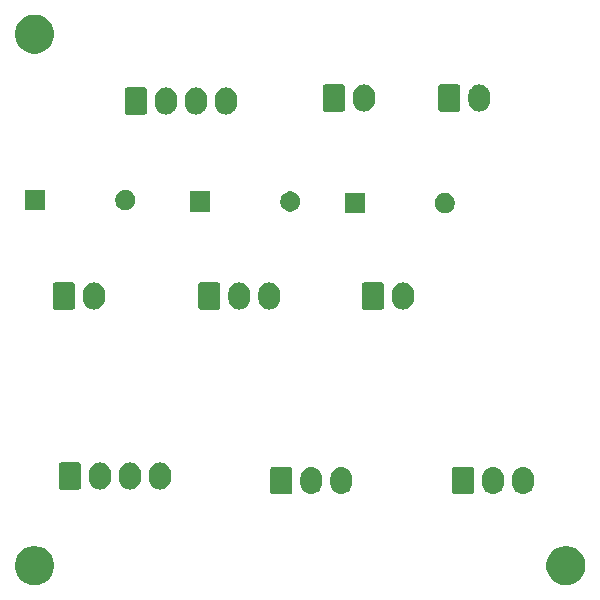
<source format=gbr>
G04 #@! TF.GenerationSoftware,KiCad,Pcbnew,(5.1.5-0-10_14)*
G04 #@! TF.CreationDate,2021-03-15T05:55:20+10:00*
G04 #@! TF.ProjectId,OH - Left Console - 4 - Exterior Lights Panel,4f48202d-204c-4656-9674-20436f6e736f,rev?*
G04 #@! TF.SameCoordinates,Original*
G04 #@! TF.FileFunction,Soldermask,Bot*
G04 #@! TF.FilePolarity,Negative*
%FSLAX46Y46*%
G04 Gerber Fmt 4.6, Leading zero omitted, Abs format (unit mm)*
G04 Created by KiCad (PCBNEW (5.1.5-0-10_14)) date 2021-03-15 05:55:20*
%MOMM*%
%LPD*%
G04 APERTURE LIST*
%ADD10C,0.100000*%
G04 APERTURE END LIST*
D10*
G36*
X145375256Y-143391298D02*
G01*
X145481579Y-143412447D01*
X145782042Y-143536903D01*
X146052451Y-143717585D01*
X146282415Y-143947549D01*
X146463097Y-144217958D01*
X146587553Y-144518421D01*
X146651000Y-144837391D01*
X146651000Y-145162609D01*
X146587553Y-145481579D01*
X146463097Y-145782042D01*
X146282415Y-146052451D01*
X146052451Y-146282415D01*
X145782042Y-146463097D01*
X145481579Y-146587553D01*
X145375256Y-146608702D01*
X145162611Y-146651000D01*
X144837389Y-146651000D01*
X144624744Y-146608702D01*
X144518421Y-146587553D01*
X144217958Y-146463097D01*
X143947549Y-146282415D01*
X143717585Y-146052451D01*
X143536903Y-145782042D01*
X143412447Y-145481579D01*
X143349000Y-145162609D01*
X143349000Y-144837391D01*
X143412447Y-144518421D01*
X143536903Y-144217958D01*
X143717585Y-143947549D01*
X143947549Y-143717585D01*
X144217958Y-143536903D01*
X144518421Y-143412447D01*
X144624744Y-143391298D01*
X144837389Y-143349000D01*
X145162611Y-143349000D01*
X145375256Y-143391298D01*
G37*
G36*
X100375256Y-143391298D02*
G01*
X100481579Y-143412447D01*
X100782042Y-143536903D01*
X101052451Y-143717585D01*
X101282415Y-143947549D01*
X101463097Y-144217958D01*
X101587553Y-144518421D01*
X101651000Y-144837391D01*
X101651000Y-145162609D01*
X101587553Y-145481579D01*
X101463097Y-145782042D01*
X101282415Y-146052451D01*
X101052451Y-146282415D01*
X100782042Y-146463097D01*
X100481579Y-146587553D01*
X100375256Y-146608702D01*
X100162611Y-146651000D01*
X99837389Y-146651000D01*
X99624744Y-146608702D01*
X99518421Y-146587553D01*
X99217958Y-146463097D01*
X98947549Y-146282415D01*
X98717585Y-146052451D01*
X98536903Y-145782042D01*
X98412447Y-145481579D01*
X98349000Y-145162609D01*
X98349000Y-144837391D01*
X98412447Y-144518421D01*
X98536903Y-144217958D01*
X98717585Y-143947549D01*
X98947549Y-143717585D01*
X99217958Y-143536903D01*
X99518421Y-143412447D01*
X99624744Y-143391298D01*
X99837389Y-143349000D01*
X100162611Y-143349000D01*
X100375256Y-143391298D01*
G37*
G36*
X123624547Y-136657326D02*
G01*
X123798156Y-136709990D01*
X123798158Y-136709991D01*
X123958155Y-136795511D01*
X124098397Y-136910603D01*
X124174595Y-137003452D01*
X124213489Y-137050844D01*
X124299010Y-137210843D01*
X124351674Y-137384452D01*
X124365000Y-137519756D01*
X124365000Y-138070243D01*
X124351674Y-138205548D01*
X124299010Y-138379157D01*
X124213489Y-138539156D01*
X124196452Y-138559915D01*
X124098397Y-138679397D01*
X124001729Y-138758729D01*
X123958156Y-138794489D01*
X123798157Y-138880010D01*
X123624548Y-138932674D01*
X123444000Y-138950456D01*
X123263453Y-138932674D01*
X123089844Y-138880010D01*
X122929845Y-138794489D01*
X122886272Y-138758729D01*
X122789604Y-138679397D01*
X122674513Y-138539157D01*
X122674512Y-138539155D01*
X122588990Y-138379157D01*
X122536326Y-138205548D01*
X122523000Y-138070244D01*
X122523000Y-137519757D01*
X122536326Y-137384453D01*
X122588990Y-137210844D01*
X122674511Y-137050845D01*
X122674512Y-137050844D01*
X122789603Y-136910603D01*
X122886271Y-136831271D01*
X122929844Y-136795511D01*
X123089843Y-136709990D01*
X123263452Y-136657326D01*
X123444000Y-136639544D01*
X123624547Y-136657326D01*
G37*
G36*
X126164547Y-136657326D02*
G01*
X126338156Y-136709990D01*
X126338158Y-136709991D01*
X126498155Y-136795511D01*
X126638397Y-136910603D01*
X126714595Y-137003452D01*
X126753489Y-137050844D01*
X126839010Y-137210843D01*
X126891674Y-137384452D01*
X126905000Y-137519756D01*
X126905000Y-138070243D01*
X126891674Y-138205548D01*
X126839010Y-138379157D01*
X126753489Y-138539156D01*
X126736452Y-138559915D01*
X126638397Y-138679397D01*
X126541729Y-138758729D01*
X126498156Y-138794489D01*
X126338157Y-138880010D01*
X126164548Y-138932674D01*
X125984000Y-138950456D01*
X125803453Y-138932674D01*
X125629844Y-138880010D01*
X125469845Y-138794489D01*
X125426272Y-138758729D01*
X125329604Y-138679397D01*
X125214513Y-138539157D01*
X125214512Y-138539155D01*
X125128990Y-138379157D01*
X125076326Y-138205548D01*
X125063000Y-138070244D01*
X125063000Y-137519757D01*
X125076326Y-137384453D01*
X125128990Y-137210844D01*
X125214511Y-137050845D01*
X125214512Y-137050844D01*
X125329603Y-136910603D01*
X125426271Y-136831271D01*
X125469844Y-136795511D01*
X125629843Y-136709990D01*
X125803452Y-136657326D01*
X125984000Y-136639544D01*
X126164547Y-136657326D01*
G37*
G36*
X138991547Y-136657326D02*
G01*
X139165156Y-136709990D01*
X139165158Y-136709991D01*
X139325155Y-136795511D01*
X139465397Y-136910603D01*
X139541595Y-137003452D01*
X139580489Y-137050844D01*
X139666010Y-137210843D01*
X139718674Y-137384452D01*
X139732000Y-137519756D01*
X139732000Y-138070243D01*
X139718674Y-138205548D01*
X139666010Y-138379157D01*
X139580489Y-138539156D01*
X139563452Y-138559915D01*
X139465397Y-138679397D01*
X139368729Y-138758729D01*
X139325156Y-138794489D01*
X139165157Y-138880010D01*
X138991548Y-138932674D01*
X138811000Y-138950456D01*
X138630453Y-138932674D01*
X138456844Y-138880010D01*
X138296845Y-138794489D01*
X138253272Y-138758729D01*
X138156604Y-138679397D01*
X138041513Y-138539157D01*
X138041512Y-138539155D01*
X137955990Y-138379157D01*
X137903326Y-138205548D01*
X137890000Y-138070244D01*
X137890000Y-137519757D01*
X137903326Y-137384453D01*
X137955990Y-137210844D01*
X138041511Y-137050845D01*
X138041512Y-137050844D01*
X138156603Y-136910603D01*
X138253271Y-136831271D01*
X138296844Y-136795511D01*
X138456843Y-136709990D01*
X138630452Y-136657326D01*
X138811000Y-136639544D01*
X138991547Y-136657326D01*
G37*
G36*
X141531547Y-136657326D02*
G01*
X141705156Y-136709990D01*
X141705158Y-136709991D01*
X141865155Y-136795511D01*
X142005397Y-136910603D01*
X142081595Y-137003452D01*
X142120489Y-137050844D01*
X142206010Y-137210843D01*
X142258674Y-137384452D01*
X142272000Y-137519756D01*
X142272000Y-138070243D01*
X142258674Y-138205548D01*
X142206010Y-138379157D01*
X142120489Y-138539156D01*
X142103452Y-138559915D01*
X142005397Y-138679397D01*
X141908729Y-138758729D01*
X141865156Y-138794489D01*
X141705157Y-138880010D01*
X141531548Y-138932674D01*
X141351000Y-138950456D01*
X141170453Y-138932674D01*
X140996844Y-138880010D01*
X140836845Y-138794489D01*
X140793272Y-138758729D01*
X140696604Y-138679397D01*
X140581513Y-138539157D01*
X140581512Y-138539155D01*
X140495990Y-138379157D01*
X140443326Y-138205548D01*
X140430000Y-138070244D01*
X140430000Y-137519757D01*
X140443326Y-137384453D01*
X140495990Y-137210844D01*
X140581511Y-137050845D01*
X140581512Y-137050844D01*
X140696603Y-136910603D01*
X140793271Y-136831271D01*
X140836844Y-136795511D01*
X140996843Y-136709990D01*
X141170452Y-136657326D01*
X141351000Y-136639544D01*
X141531547Y-136657326D01*
G37*
G36*
X137050561Y-136647966D02*
G01*
X137083383Y-136657923D01*
X137113632Y-136674092D01*
X137140148Y-136695852D01*
X137161908Y-136722368D01*
X137178077Y-136752617D01*
X137188034Y-136785439D01*
X137192000Y-136825713D01*
X137192000Y-138764287D01*
X137188034Y-138804561D01*
X137178077Y-138837383D01*
X137161908Y-138867632D01*
X137140148Y-138894148D01*
X137113632Y-138915908D01*
X137083383Y-138932077D01*
X137050561Y-138942034D01*
X137010287Y-138946000D01*
X135531713Y-138946000D01*
X135491439Y-138942034D01*
X135458617Y-138932077D01*
X135428368Y-138915908D01*
X135401852Y-138894148D01*
X135380092Y-138867632D01*
X135363923Y-138837383D01*
X135353966Y-138804561D01*
X135350000Y-138764287D01*
X135350000Y-136825713D01*
X135353966Y-136785439D01*
X135363923Y-136752617D01*
X135380092Y-136722368D01*
X135401852Y-136695852D01*
X135428368Y-136674092D01*
X135458617Y-136657923D01*
X135491439Y-136647966D01*
X135531713Y-136644000D01*
X137010287Y-136644000D01*
X137050561Y-136647966D01*
G37*
G36*
X121683561Y-136647966D02*
G01*
X121716383Y-136657923D01*
X121746632Y-136674092D01*
X121773148Y-136695852D01*
X121794908Y-136722368D01*
X121811077Y-136752617D01*
X121821034Y-136785439D01*
X121825000Y-136825713D01*
X121825000Y-138764287D01*
X121821034Y-138804561D01*
X121811077Y-138837383D01*
X121794908Y-138867632D01*
X121773148Y-138894148D01*
X121746632Y-138915908D01*
X121716383Y-138932077D01*
X121683561Y-138942034D01*
X121643287Y-138946000D01*
X120164713Y-138946000D01*
X120124439Y-138942034D01*
X120091617Y-138932077D01*
X120061368Y-138915908D01*
X120034852Y-138894148D01*
X120013092Y-138867632D01*
X119996923Y-138837383D01*
X119986966Y-138804561D01*
X119983000Y-138764287D01*
X119983000Y-136825713D01*
X119986966Y-136785439D01*
X119996923Y-136752617D01*
X120013092Y-136722368D01*
X120034852Y-136695852D01*
X120061368Y-136674092D01*
X120091617Y-136657923D01*
X120124439Y-136647966D01*
X120164713Y-136644000D01*
X121643287Y-136644000D01*
X121683561Y-136647966D01*
G37*
G36*
X105717547Y-136276326D02*
G01*
X105891156Y-136328990D01*
X105891158Y-136328991D01*
X106051155Y-136414511D01*
X106191397Y-136529603D01*
X106270729Y-136626271D01*
X106306489Y-136669844D01*
X106350732Y-136752617D01*
X106389803Y-136825713D01*
X106392010Y-136829843D01*
X106444674Y-137003452D01*
X106458000Y-137138756D01*
X106458000Y-137689243D01*
X106444674Y-137824548D01*
X106392010Y-137998157D01*
X106306489Y-138158156D01*
X106270729Y-138201729D01*
X106191397Y-138298397D01*
X106094729Y-138377729D01*
X106051156Y-138413489D01*
X105891157Y-138499010D01*
X105717548Y-138551674D01*
X105537000Y-138569456D01*
X105356453Y-138551674D01*
X105182844Y-138499010D01*
X105022845Y-138413489D01*
X104979272Y-138377729D01*
X104882604Y-138298397D01*
X104767513Y-138158157D01*
X104767512Y-138158155D01*
X104681990Y-137998157D01*
X104629326Y-137824548D01*
X104616000Y-137689244D01*
X104616000Y-137138757D01*
X104629326Y-137003453D01*
X104681990Y-136829844D01*
X104767511Y-136669845D01*
X104784548Y-136649085D01*
X104882603Y-136529603D01*
X105008388Y-136426375D01*
X105022844Y-136414511D01*
X105182843Y-136328990D01*
X105356452Y-136276326D01*
X105537000Y-136258544D01*
X105717547Y-136276326D01*
G37*
G36*
X108257547Y-136276326D02*
G01*
X108431156Y-136328990D01*
X108431158Y-136328991D01*
X108591155Y-136414511D01*
X108731397Y-136529603D01*
X108810729Y-136626271D01*
X108846489Y-136669844D01*
X108890732Y-136752617D01*
X108929803Y-136825713D01*
X108932010Y-136829843D01*
X108984674Y-137003452D01*
X108998000Y-137138756D01*
X108998000Y-137689243D01*
X108984674Y-137824548D01*
X108932010Y-137998157D01*
X108846489Y-138158156D01*
X108810729Y-138201729D01*
X108731397Y-138298397D01*
X108634729Y-138377729D01*
X108591156Y-138413489D01*
X108431157Y-138499010D01*
X108257548Y-138551674D01*
X108077000Y-138569456D01*
X107896453Y-138551674D01*
X107722844Y-138499010D01*
X107562845Y-138413489D01*
X107519272Y-138377729D01*
X107422604Y-138298397D01*
X107307513Y-138158157D01*
X107307512Y-138158155D01*
X107221990Y-137998157D01*
X107169326Y-137824548D01*
X107156000Y-137689244D01*
X107156000Y-137138757D01*
X107169326Y-137003453D01*
X107221990Y-136829844D01*
X107307511Y-136669845D01*
X107324548Y-136649085D01*
X107422603Y-136529603D01*
X107548388Y-136426375D01*
X107562844Y-136414511D01*
X107722843Y-136328990D01*
X107896452Y-136276326D01*
X108077000Y-136258544D01*
X108257547Y-136276326D01*
G37*
G36*
X110797547Y-136276326D02*
G01*
X110971156Y-136328990D01*
X110971158Y-136328991D01*
X111131155Y-136414511D01*
X111271397Y-136529603D01*
X111350729Y-136626271D01*
X111386489Y-136669844D01*
X111430732Y-136752617D01*
X111469803Y-136825713D01*
X111472010Y-136829843D01*
X111524674Y-137003452D01*
X111538000Y-137138756D01*
X111538000Y-137689243D01*
X111524674Y-137824548D01*
X111472010Y-137998157D01*
X111386489Y-138158156D01*
X111350729Y-138201729D01*
X111271397Y-138298397D01*
X111174729Y-138377729D01*
X111131156Y-138413489D01*
X110971157Y-138499010D01*
X110797548Y-138551674D01*
X110617000Y-138569456D01*
X110436453Y-138551674D01*
X110262844Y-138499010D01*
X110102845Y-138413489D01*
X110059272Y-138377729D01*
X109962604Y-138298397D01*
X109847513Y-138158157D01*
X109847512Y-138158155D01*
X109761990Y-137998157D01*
X109709326Y-137824548D01*
X109696000Y-137689244D01*
X109696000Y-137138757D01*
X109709326Y-137003453D01*
X109761990Y-136829844D01*
X109847511Y-136669845D01*
X109864548Y-136649085D01*
X109962603Y-136529603D01*
X110088388Y-136426375D01*
X110102844Y-136414511D01*
X110262843Y-136328990D01*
X110436452Y-136276326D01*
X110617000Y-136258544D01*
X110797547Y-136276326D01*
G37*
G36*
X103776561Y-136266966D02*
G01*
X103809383Y-136276923D01*
X103839632Y-136293092D01*
X103866148Y-136314852D01*
X103887908Y-136341368D01*
X103904077Y-136371617D01*
X103914034Y-136404439D01*
X103918000Y-136444713D01*
X103918000Y-138383287D01*
X103914034Y-138423561D01*
X103904077Y-138456383D01*
X103887908Y-138486632D01*
X103866148Y-138513148D01*
X103839632Y-138534908D01*
X103809383Y-138551077D01*
X103776561Y-138561034D01*
X103736287Y-138565000D01*
X102257713Y-138565000D01*
X102217439Y-138561034D01*
X102184617Y-138551077D01*
X102154368Y-138534908D01*
X102127852Y-138513148D01*
X102106092Y-138486632D01*
X102089923Y-138456383D01*
X102079966Y-138423561D01*
X102076000Y-138383287D01*
X102076000Y-136444713D01*
X102079966Y-136404439D01*
X102089923Y-136371617D01*
X102106092Y-136341368D01*
X102127852Y-136314852D01*
X102154368Y-136293092D01*
X102184617Y-136276923D01*
X102217439Y-136266966D01*
X102257713Y-136263000D01*
X103736287Y-136263000D01*
X103776561Y-136266966D01*
G37*
G36*
X105209547Y-121036326D02*
G01*
X105383156Y-121088990D01*
X105383158Y-121088991D01*
X105543155Y-121174511D01*
X105683397Y-121289603D01*
X105762729Y-121386271D01*
X105798489Y-121429844D01*
X105884010Y-121589843D01*
X105936674Y-121763452D01*
X105950000Y-121898756D01*
X105950000Y-122449243D01*
X105936674Y-122584548D01*
X105884010Y-122758157D01*
X105798489Y-122918156D01*
X105762729Y-122961729D01*
X105683397Y-123058397D01*
X105586729Y-123137729D01*
X105543156Y-123173489D01*
X105383157Y-123259010D01*
X105209548Y-123311674D01*
X105029000Y-123329456D01*
X104848453Y-123311674D01*
X104674844Y-123259010D01*
X104514845Y-123173489D01*
X104471272Y-123137729D01*
X104374604Y-123058397D01*
X104259513Y-122918157D01*
X104259512Y-122918155D01*
X104173990Y-122758157D01*
X104121326Y-122584548D01*
X104108000Y-122449244D01*
X104108000Y-121898757D01*
X104121326Y-121763453D01*
X104173990Y-121589844D01*
X104259511Y-121429845D01*
X104259512Y-121429844D01*
X104374603Y-121289603D01*
X104500388Y-121186375D01*
X104514844Y-121174511D01*
X104674843Y-121088990D01*
X104848452Y-121036326D01*
X105029000Y-121018544D01*
X105209547Y-121036326D01*
G37*
G36*
X117528547Y-121036326D02*
G01*
X117702156Y-121088990D01*
X117702158Y-121088991D01*
X117862155Y-121174511D01*
X118002397Y-121289603D01*
X118081729Y-121386271D01*
X118117489Y-121429844D01*
X118203010Y-121589843D01*
X118255674Y-121763452D01*
X118269000Y-121898756D01*
X118269000Y-122449243D01*
X118255674Y-122584548D01*
X118203010Y-122758157D01*
X118117489Y-122918156D01*
X118081729Y-122961729D01*
X118002397Y-123058397D01*
X117905729Y-123137729D01*
X117862156Y-123173489D01*
X117702157Y-123259010D01*
X117528548Y-123311674D01*
X117348000Y-123329456D01*
X117167453Y-123311674D01*
X116993844Y-123259010D01*
X116833845Y-123173489D01*
X116790272Y-123137729D01*
X116693604Y-123058397D01*
X116578513Y-122918157D01*
X116578512Y-122918155D01*
X116492990Y-122758157D01*
X116440326Y-122584548D01*
X116427000Y-122449244D01*
X116427000Y-121898757D01*
X116440326Y-121763453D01*
X116492990Y-121589844D01*
X116578511Y-121429845D01*
X116578512Y-121429844D01*
X116693603Y-121289603D01*
X116819388Y-121186375D01*
X116833844Y-121174511D01*
X116993843Y-121088990D01*
X117167452Y-121036326D01*
X117348000Y-121018544D01*
X117528547Y-121036326D01*
G37*
G36*
X120068547Y-121036326D02*
G01*
X120242156Y-121088990D01*
X120242158Y-121088991D01*
X120402155Y-121174511D01*
X120542397Y-121289603D01*
X120621729Y-121386271D01*
X120657489Y-121429844D01*
X120743010Y-121589843D01*
X120795674Y-121763452D01*
X120809000Y-121898756D01*
X120809000Y-122449243D01*
X120795674Y-122584548D01*
X120743010Y-122758157D01*
X120657489Y-122918156D01*
X120621729Y-122961729D01*
X120542397Y-123058397D01*
X120445729Y-123137729D01*
X120402156Y-123173489D01*
X120242157Y-123259010D01*
X120068548Y-123311674D01*
X119888000Y-123329456D01*
X119707453Y-123311674D01*
X119533844Y-123259010D01*
X119373845Y-123173489D01*
X119330272Y-123137729D01*
X119233604Y-123058397D01*
X119118513Y-122918157D01*
X119118512Y-122918155D01*
X119032990Y-122758157D01*
X118980326Y-122584548D01*
X118967000Y-122449244D01*
X118967000Y-121898757D01*
X118980326Y-121763453D01*
X119032990Y-121589844D01*
X119118511Y-121429845D01*
X119118512Y-121429844D01*
X119233603Y-121289603D01*
X119359388Y-121186375D01*
X119373844Y-121174511D01*
X119533843Y-121088990D01*
X119707452Y-121036326D01*
X119888000Y-121018544D01*
X120068547Y-121036326D01*
G37*
G36*
X131371547Y-121036326D02*
G01*
X131545156Y-121088990D01*
X131545158Y-121088991D01*
X131705155Y-121174511D01*
X131845397Y-121289603D01*
X131924729Y-121386271D01*
X131960489Y-121429844D01*
X132046010Y-121589843D01*
X132098674Y-121763452D01*
X132112000Y-121898756D01*
X132112000Y-122449243D01*
X132098674Y-122584548D01*
X132046010Y-122758157D01*
X131960489Y-122918156D01*
X131924729Y-122961729D01*
X131845397Y-123058397D01*
X131748729Y-123137729D01*
X131705156Y-123173489D01*
X131545157Y-123259010D01*
X131371548Y-123311674D01*
X131191000Y-123329456D01*
X131010453Y-123311674D01*
X130836844Y-123259010D01*
X130676845Y-123173489D01*
X130633272Y-123137729D01*
X130536604Y-123058397D01*
X130421513Y-122918157D01*
X130421512Y-122918155D01*
X130335990Y-122758157D01*
X130283326Y-122584548D01*
X130270000Y-122449244D01*
X130270000Y-121898757D01*
X130283326Y-121763453D01*
X130335990Y-121589844D01*
X130421511Y-121429845D01*
X130421512Y-121429844D01*
X130536603Y-121289603D01*
X130662388Y-121186375D01*
X130676844Y-121174511D01*
X130836843Y-121088990D01*
X131010452Y-121036326D01*
X131191000Y-121018544D01*
X131371547Y-121036326D01*
G37*
G36*
X129430561Y-121026966D02*
G01*
X129463383Y-121036923D01*
X129493632Y-121053092D01*
X129520148Y-121074852D01*
X129541908Y-121101368D01*
X129558077Y-121131617D01*
X129568034Y-121164439D01*
X129572000Y-121204713D01*
X129572000Y-123143287D01*
X129568034Y-123183561D01*
X129558077Y-123216383D01*
X129541908Y-123246632D01*
X129520148Y-123273148D01*
X129493632Y-123294908D01*
X129463383Y-123311077D01*
X129430561Y-123321034D01*
X129390287Y-123325000D01*
X127911713Y-123325000D01*
X127871439Y-123321034D01*
X127838617Y-123311077D01*
X127808368Y-123294908D01*
X127781852Y-123273148D01*
X127760092Y-123246632D01*
X127743923Y-123216383D01*
X127733966Y-123183561D01*
X127730000Y-123143287D01*
X127730000Y-121204713D01*
X127733966Y-121164439D01*
X127743923Y-121131617D01*
X127760092Y-121101368D01*
X127781852Y-121074852D01*
X127808368Y-121053092D01*
X127838617Y-121036923D01*
X127871439Y-121026966D01*
X127911713Y-121023000D01*
X129390287Y-121023000D01*
X129430561Y-121026966D01*
G37*
G36*
X115587561Y-121026966D02*
G01*
X115620383Y-121036923D01*
X115650632Y-121053092D01*
X115677148Y-121074852D01*
X115698908Y-121101368D01*
X115715077Y-121131617D01*
X115725034Y-121164439D01*
X115729000Y-121204713D01*
X115729000Y-123143287D01*
X115725034Y-123183561D01*
X115715077Y-123216383D01*
X115698908Y-123246632D01*
X115677148Y-123273148D01*
X115650632Y-123294908D01*
X115620383Y-123311077D01*
X115587561Y-123321034D01*
X115547287Y-123325000D01*
X114068713Y-123325000D01*
X114028439Y-123321034D01*
X113995617Y-123311077D01*
X113965368Y-123294908D01*
X113938852Y-123273148D01*
X113917092Y-123246632D01*
X113900923Y-123216383D01*
X113890966Y-123183561D01*
X113887000Y-123143287D01*
X113887000Y-121204713D01*
X113890966Y-121164439D01*
X113900923Y-121131617D01*
X113917092Y-121101368D01*
X113938852Y-121074852D01*
X113965368Y-121053092D01*
X113995617Y-121036923D01*
X114028439Y-121026966D01*
X114068713Y-121023000D01*
X115547287Y-121023000D01*
X115587561Y-121026966D01*
G37*
G36*
X103268561Y-121026966D02*
G01*
X103301383Y-121036923D01*
X103331632Y-121053092D01*
X103358148Y-121074852D01*
X103379908Y-121101368D01*
X103396077Y-121131617D01*
X103406034Y-121164439D01*
X103410000Y-121204713D01*
X103410000Y-123143287D01*
X103406034Y-123183561D01*
X103396077Y-123216383D01*
X103379908Y-123246632D01*
X103358148Y-123273148D01*
X103331632Y-123294908D01*
X103301383Y-123311077D01*
X103268561Y-123321034D01*
X103228287Y-123325000D01*
X101749713Y-123325000D01*
X101709439Y-123321034D01*
X101676617Y-123311077D01*
X101646368Y-123294908D01*
X101619852Y-123273148D01*
X101598092Y-123246632D01*
X101581923Y-123216383D01*
X101571966Y-123183561D01*
X101568000Y-123143287D01*
X101568000Y-121204713D01*
X101571966Y-121164439D01*
X101581923Y-121131617D01*
X101598092Y-121101368D01*
X101619852Y-121074852D01*
X101646368Y-121053092D01*
X101676617Y-121036923D01*
X101709439Y-121026966D01*
X101749713Y-121023000D01*
X103228287Y-121023000D01*
X103268561Y-121026966D01*
G37*
G36*
X127978000Y-115151000D02*
G01*
X126276000Y-115151000D01*
X126276000Y-113449000D01*
X127978000Y-113449000D01*
X127978000Y-115151000D01*
G37*
G36*
X134995228Y-113481703D02*
G01*
X135150100Y-113545853D01*
X135289481Y-113638985D01*
X135408015Y-113757519D01*
X135501147Y-113896900D01*
X135565297Y-114051772D01*
X135598000Y-114216184D01*
X135598000Y-114383816D01*
X135565297Y-114548228D01*
X135501147Y-114703100D01*
X135408015Y-114842481D01*
X135289481Y-114961015D01*
X135150100Y-115054147D01*
X134995228Y-115118297D01*
X134830816Y-115151000D01*
X134663184Y-115151000D01*
X134498772Y-115118297D01*
X134343900Y-115054147D01*
X134204519Y-114961015D01*
X134085985Y-114842481D01*
X133992853Y-114703100D01*
X133928703Y-114548228D01*
X133896000Y-114383816D01*
X133896000Y-114216184D01*
X133928703Y-114051772D01*
X133992853Y-113896900D01*
X134085985Y-113757519D01*
X134204519Y-113638985D01*
X134343900Y-113545853D01*
X134498772Y-113481703D01*
X134663184Y-113449000D01*
X134830816Y-113449000D01*
X134995228Y-113481703D01*
G37*
G36*
X114897000Y-115024000D02*
G01*
X113195000Y-115024000D01*
X113195000Y-113322000D01*
X114897000Y-113322000D01*
X114897000Y-115024000D01*
G37*
G36*
X121914228Y-113354703D02*
G01*
X122069100Y-113418853D01*
X122208481Y-113511985D01*
X122327015Y-113630519D01*
X122420147Y-113769900D01*
X122484297Y-113924772D01*
X122517000Y-114089184D01*
X122517000Y-114256816D01*
X122484297Y-114421228D01*
X122420147Y-114576100D01*
X122327015Y-114715481D01*
X122208481Y-114834015D01*
X122069100Y-114927147D01*
X121914228Y-114991297D01*
X121749816Y-115024000D01*
X121582184Y-115024000D01*
X121417772Y-114991297D01*
X121262900Y-114927147D01*
X121123519Y-114834015D01*
X121004985Y-114715481D01*
X120911853Y-114576100D01*
X120847703Y-114421228D01*
X120815000Y-114256816D01*
X120815000Y-114089184D01*
X120847703Y-113924772D01*
X120911853Y-113769900D01*
X121004985Y-113630519D01*
X121123519Y-113511985D01*
X121262900Y-113418853D01*
X121417772Y-113354703D01*
X121582184Y-113322000D01*
X121749816Y-113322000D01*
X121914228Y-113354703D01*
G37*
G36*
X100927000Y-114897000D02*
G01*
X99225000Y-114897000D01*
X99225000Y-113195000D01*
X100927000Y-113195000D01*
X100927000Y-114897000D01*
G37*
G36*
X107944228Y-113227703D02*
G01*
X108099100Y-113291853D01*
X108238481Y-113384985D01*
X108357015Y-113503519D01*
X108450147Y-113642900D01*
X108514297Y-113797772D01*
X108547000Y-113962184D01*
X108547000Y-114129816D01*
X108514297Y-114294228D01*
X108450147Y-114449100D01*
X108357015Y-114588481D01*
X108238481Y-114707015D01*
X108099100Y-114800147D01*
X107944228Y-114864297D01*
X107779816Y-114897000D01*
X107612184Y-114897000D01*
X107447772Y-114864297D01*
X107292900Y-114800147D01*
X107153519Y-114707015D01*
X107034985Y-114588481D01*
X106941853Y-114449100D01*
X106877703Y-114294228D01*
X106845000Y-114129816D01*
X106845000Y-113962184D01*
X106877703Y-113797772D01*
X106941853Y-113642900D01*
X107034985Y-113503519D01*
X107153519Y-113384985D01*
X107292900Y-113291853D01*
X107447772Y-113227703D01*
X107612184Y-113195000D01*
X107779816Y-113195000D01*
X107944228Y-113227703D01*
G37*
G36*
X116385547Y-104526326D02*
G01*
X116559156Y-104578990D01*
X116559158Y-104578991D01*
X116719155Y-104664511D01*
X116859397Y-104779603D01*
X116897345Y-104825844D01*
X116974489Y-104919844D01*
X117060010Y-105079843D01*
X117112674Y-105253452D01*
X117126000Y-105388756D01*
X117126000Y-105939243D01*
X117112674Y-106074548D01*
X117060010Y-106248157D01*
X116974489Y-106408156D01*
X116945581Y-106443380D01*
X116859397Y-106548397D01*
X116762729Y-106627729D01*
X116719156Y-106663489D01*
X116559157Y-106749010D01*
X116385548Y-106801674D01*
X116205000Y-106819456D01*
X116024453Y-106801674D01*
X115850844Y-106749010D01*
X115690845Y-106663489D01*
X115647272Y-106627729D01*
X115550604Y-106548397D01*
X115435513Y-106408157D01*
X115435512Y-106408155D01*
X115349990Y-106248157D01*
X115297326Y-106074548D01*
X115284000Y-105939244D01*
X115284000Y-105388757D01*
X115297326Y-105253453D01*
X115349990Y-105079844D01*
X115435511Y-104919845D01*
X115435512Y-104919844D01*
X115550603Y-104779603D01*
X115689219Y-104665845D01*
X115690844Y-104664511D01*
X115850843Y-104578990D01*
X116024452Y-104526326D01*
X116205000Y-104508544D01*
X116385547Y-104526326D01*
G37*
G36*
X111305547Y-104526326D02*
G01*
X111479156Y-104578990D01*
X111479158Y-104578991D01*
X111639155Y-104664511D01*
X111779397Y-104779603D01*
X111817345Y-104825844D01*
X111894489Y-104919844D01*
X111980010Y-105079843D01*
X112032674Y-105253452D01*
X112046000Y-105388756D01*
X112046000Y-105939243D01*
X112032674Y-106074548D01*
X111980010Y-106248157D01*
X111894489Y-106408156D01*
X111865581Y-106443380D01*
X111779397Y-106548397D01*
X111682729Y-106627729D01*
X111639156Y-106663489D01*
X111479157Y-106749010D01*
X111305548Y-106801674D01*
X111125000Y-106819456D01*
X110944453Y-106801674D01*
X110770844Y-106749010D01*
X110610845Y-106663489D01*
X110567272Y-106627729D01*
X110470604Y-106548397D01*
X110355513Y-106408157D01*
X110355512Y-106408155D01*
X110269990Y-106248157D01*
X110217326Y-106074548D01*
X110204000Y-105939244D01*
X110204000Y-105388757D01*
X110217326Y-105253453D01*
X110269990Y-105079844D01*
X110355511Y-104919845D01*
X110355512Y-104919844D01*
X110470603Y-104779603D01*
X110609219Y-104665845D01*
X110610844Y-104664511D01*
X110770843Y-104578990D01*
X110944452Y-104526326D01*
X111125000Y-104508544D01*
X111305547Y-104526326D01*
G37*
G36*
X113845547Y-104526326D02*
G01*
X114019156Y-104578990D01*
X114019158Y-104578991D01*
X114179155Y-104664511D01*
X114319397Y-104779603D01*
X114357345Y-104825844D01*
X114434489Y-104919844D01*
X114520010Y-105079843D01*
X114572674Y-105253452D01*
X114586000Y-105388756D01*
X114586000Y-105939243D01*
X114572674Y-106074548D01*
X114520010Y-106248157D01*
X114434489Y-106408156D01*
X114405581Y-106443380D01*
X114319397Y-106548397D01*
X114222729Y-106627729D01*
X114179156Y-106663489D01*
X114019157Y-106749010D01*
X113845548Y-106801674D01*
X113665000Y-106819456D01*
X113484453Y-106801674D01*
X113310844Y-106749010D01*
X113150845Y-106663489D01*
X113107272Y-106627729D01*
X113010604Y-106548397D01*
X112895513Y-106408157D01*
X112895512Y-106408155D01*
X112809990Y-106248157D01*
X112757326Y-106074548D01*
X112744000Y-105939244D01*
X112744000Y-105388757D01*
X112757326Y-105253453D01*
X112809990Y-105079844D01*
X112895511Y-104919845D01*
X112895512Y-104919844D01*
X113010603Y-104779603D01*
X113149219Y-104665845D01*
X113150844Y-104664511D01*
X113310843Y-104578990D01*
X113484452Y-104526326D01*
X113665000Y-104508544D01*
X113845547Y-104526326D01*
G37*
G36*
X109364561Y-104516966D02*
G01*
X109397383Y-104526923D01*
X109427632Y-104543092D01*
X109454148Y-104564852D01*
X109475908Y-104591368D01*
X109492077Y-104621617D01*
X109502034Y-104654439D01*
X109506000Y-104694713D01*
X109506000Y-106633287D01*
X109502034Y-106673561D01*
X109492077Y-106706383D01*
X109475908Y-106736632D01*
X109454148Y-106763148D01*
X109427632Y-106784908D01*
X109397383Y-106801077D01*
X109364561Y-106811034D01*
X109324287Y-106815000D01*
X107845713Y-106815000D01*
X107805439Y-106811034D01*
X107772617Y-106801077D01*
X107742368Y-106784908D01*
X107715852Y-106763148D01*
X107694092Y-106736632D01*
X107677923Y-106706383D01*
X107667966Y-106673561D01*
X107664000Y-106633287D01*
X107664000Y-104694713D01*
X107667966Y-104654439D01*
X107677923Y-104621617D01*
X107694092Y-104591368D01*
X107715852Y-104564852D01*
X107742368Y-104543092D01*
X107772617Y-104526923D01*
X107805439Y-104516966D01*
X107845713Y-104513000D01*
X109324287Y-104513000D01*
X109364561Y-104516966D01*
G37*
G36*
X128069547Y-104272326D02*
G01*
X128243156Y-104324990D01*
X128243158Y-104324991D01*
X128403155Y-104410511D01*
X128543397Y-104525603D01*
X128596668Y-104590515D01*
X128658489Y-104665844D01*
X128744010Y-104825843D01*
X128796674Y-104999452D01*
X128810000Y-105134756D01*
X128810000Y-105685243D01*
X128796674Y-105820548D01*
X128744010Y-105994157D01*
X128658489Y-106154156D01*
X128622729Y-106197729D01*
X128543397Y-106294397D01*
X128446729Y-106373729D01*
X128403156Y-106409489D01*
X128243157Y-106495010D01*
X128069548Y-106547674D01*
X127889000Y-106565456D01*
X127708453Y-106547674D01*
X127534844Y-106495010D01*
X127374845Y-106409489D01*
X127331272Y-106373729D01*
X127234604Y-106294397D01*
X127119513Y-106154157D01*
X127119512Y-106154155D01*
X127033990Y-105994157D01*
X126981326Y-105820548D01*
X126968000Y-105685244D01*
X126968000Y-105134757D01*
X126981326Y-104999453D01*
X127033990Y-104825844D01*
X127119511Y-104665845D01*
X127148419Y-104630620D01*
X127234603Y-104525603D01*
X127360388Y-104422375D01*
X127374844Y-104410511D01*
X127534843Y-104324990D01*
X127708452Y-104272326D01*
X127889000Y-104254544D01*
X128069547Y-104272326D01*
G37*
G36*
X137848547Y-104272326D02*
G01*
X138022156Y-104324990D01*
X138022158Y-104324991D01*
X138182155Y-104410511D01*
X138322397Y-104525603D01*
X138375668Y-104590515D01*
X138437489Y-104665844D01*
X138523010Y-104825843D01*
X138575674Y-104999452D01*
X138589000Y-105134756D01*
X138589000Y-105685243D01*
X138575674Y-105820548D01*
X138523010Y-105994157D01*
X138437489Y-106154156D01*
X138401729Y-106197729D01*
X138322397Y-106294397D01*
X138225729Y-106373729D01*
X138182156Y-106409489D01*
X138022157Y-106495010D01*
X137848548Y-106547674D01*
X137668000Y-106565456D01*
X137487453Y-106547674D01*
X137313844Y-106495010D01*
X137153845Y-106409489D01*
X137110272Y-106373729D01*
X137013604Y-106294397D01*
X136898513Y-106154157D01*
X136898512Y-106154155D01*
X136812990Y-105994157D01*
X136760326Y-105820548D01*
X136747000Y-105685244D01*
X136747000Y-105134757D01*
X136760326Y-104999453D01*
X136812990Y-104825844D01*
X136898511Y-104665845D01*
X136927419Y-104630620D01*
X137013603Y-104525603D01*
X137139388Y-104422375D01*
X137153844Y-104410511D01*
X137313843Y-104324990D01*
X137487452Y-104272326D01*
X137668000Y-104254544D01*
X137848547Y-104272326D01*
G37*
G36*
X135907561Y-104262966D02*
G01*
X135940383Y-104272923D01*
X135970632Y-104289092D01*
X135997148Y-104310852D01*
X136018908Y-104337368D01*
X136035077Y-104367617D01*
X136045034Y-104400439D01*
X136049000Y-104440713D01*
X136049000Y-106379287D01*
X136045034Y-106419561D01*
X136035077Y-106452383D01*
X136018908Y-106482632D01*
X135997148Y-106509148D01*
X135970632Y-106530908D01*
X135940383Y-106547077D01*
X135907561Y-106557034D01*
X135867287Y-106561000D01*
X134388713Y-106561000D01*
X134348439Y-106557034D01*
X134315617Y-106547077D01*
X134285368Y-106530908D01*
X134258852Y-106509148D01*
X134237092Y-106482632D01*
X134220923Y-106452383D01*
X134210966Y-106419561D01*
X134207000Y-106379287D01*
X134207000Y-104440713D01*
X134210966Y-104400439D01*
X134220923Y-104367617D01*
X134237092Y-104337368D01*
X134258852Y-104310852D01*
X134285368Y-104289092D01*
X134315617Y-104272923D01*
X134348439Y-104262966D01*
X134388713Y-104259000D01*
X135867287Y-104259000D01*
X135907561Y-104262966D01*
G37*
G36*
X126128561Y-104262966D02*
G01*
X126161383Y-104272923D01*
X126191632Y-104289092D01*
X126218148Y-104310852D01*
X126239908Y-104337368D01*
X126256077Y-104367617D01*
X126266034Y-104400439D01*
X126270000Y-104440713D01*
X126270000Y-106379287D01*
X126266034Y-106419561D01*
X126256077Y-106452383D01*
X126239908Y-106482632D01*
X126218148Y-106509148D01*
X126191632Y-106530908D01*
X126161383Y-106547077D01*
X126128561Y-106557034D01*
X126088287Y-106561000D01*
X124609713Y-106561000D01*
X124569439Y-106557034D01*
X124536617Y-106547077D01*
X124506368Y-106530908D01*
X124479852Y-106509148D01*
X124458092Y-106482632D01*
X124441923Y-106452383D01*
X124431966Y-106419561D01*
X124428000Y-106379287D01*
X124428000Y-104440713D01*
X124431966Y-104400439D01*
X124441923Y-104367617D01*
X124458092Y-104337368D01*
X124479852Y-104310852D01*
X124506368Y-104289092D01*
X124536617Y-104272923D01*
X124569439Y-104262966D01*
X124609713Y-104259000D01*
X126088287Y-104259000D01*
X126128561Y-104262966D01*
G37*
G36*
X100375256Y-98391298D02*
G01*
X100481579Y-98412447D01*
X100782042Y-98536903D01*
X101052451Y-98717585D01*
X101282415Y-98947549D01*
X101463097Y-99217958D01*
X101587553Y-99518421D01*
X101651000Y-99837391D01*
X101651000Y-100162609D01*
X101587553Y-100481579D01*
X101463097Y-100782042D01*
X101282415Y-101052451D01*
X101052451Y-101282415D01*
X100782042Y-101463097D01*
X100481579Y-101587553D01*
X100375256Y-101608702D01*
X100162611Y-101651000D01*
X99837389Y-101651000D01*
X99624744Y-101608702D01*
X99518421Y-101587553D01*
X99217958Y-101463097D01*
X98947549Y-101282415D01*
X98717585Y-101052451D01*
X98536903Y-100782042D01*
X98412447Y-100481579D01*
X98349000Y-100162609D01*
X98349000Y-99837391D01*
X98412447Y-99518421D01*
X98536903Y-99217958D01*
X98717585Y-98947549D01*
X98947549Y-98717585D01*
X99217958Y-98536903D01*
X99518421Y-98412447D01*
X99624744Y-98391298D01*
X99837389Y-98349000D01*
X100162611Y-98349000D01*
X100375256Y-98391298D01*
G37*
M02*

</source>
